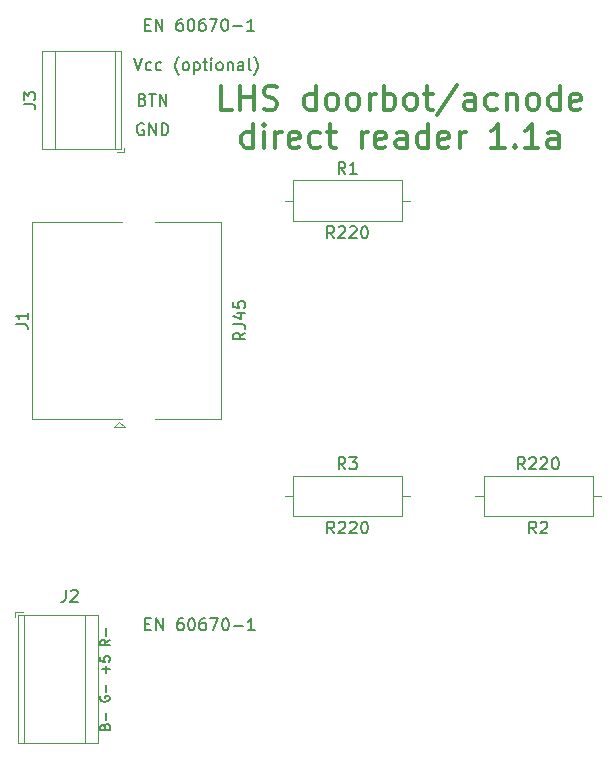
<source format=gto>
%TF.GenerationSoftware,KiCad,Pcbnew,(6.0.0-0)*%
%TF.CreationDate,2022-04-18T16:48:19+01:00*%
%TF.ProjectId,acnode-reader-direct,61636e6f-6465-42d7-9265-616465722d64,rev?*%
%TF.SameCoordinates,Original*%
%TF.FileFunction,Legend,Top*%
%TF.FilePolarity,Positive*%
%FSLAX46Y46*%
G04 Gerber Fmt 4.6, Leading zero omitted, Abs format (unit mm)*
G04 Created by KiCad (PCBNEW (6.0.0-0)) date 2022-04-18 16:48:19*
%MOMM*%
%LPD*%
G01*
G04 APERTURE LIST*
%ADD10C,0.150000*%
%ADD11C,0.300000*%
%ADD12C,0.120000*%
%ADD13R,2.100000X2.100000*%
%ADD14C,2.100000*%
%ADD15C,3.250000*%
%ADD16R,1.500000X1.500000*%
%ADD17C,1.500000*%
%ADD18C,2.300000*%
%ADD19C,3.700000*%
%ADD20C,1.600000*%
%ADD21O,1.600000X1.600000*%
%ADD22R,1.700000X1.700000*%
%ADD23O,1.700000X1.700000*%
G04 APERTURE END LIST*
D10*
X90238095Y-56000000D02*
X90142857Y-55952380D01*
X90000000Y-55952380D01*
X89857142Y-56000000D01*
X89761904Y-56095238D01*
X89714285Y-56190476D01*
X89666666Y-56380952D01*
X89666666Y-56523809D01*
X89714285Y-56714285D01*
X89761904Y-56809523D01*
X89857142Y-56904761D01*
X90000000Y-56952380D01*
X90095238Y-56952380D01*
X90238095Y-56904761D01*
X90285714Y-56857142D01*
X90285714Y-56523809D01*
X90095238Y-56523809D01*
X90714285Y-56952380D02*
X90714285Y-55952380D01*
X91285714Y-56952380D01*
X91285714Y-55952380D01*
X91761904Y-56952380D02*
X91761904Y-55952380D01*
X92000000Y-55952380D01*
X92142857Y-56000000D01*
X92238095Y-56095238D01*
X92285714Y-56190476D01*
X92333333Y-56380952D01*
X92333333Y-56523809D01*
X92285714Y-56714285D01*
X92238095Y-56809523D01*
X92142857Y-56904761D01*
X92000000Y-56952380D01*
X91761904Y-56952380D01*
X90166666Y-53928571D02*
X90309523Y-53976190D01*
X90357142Y-54023809D01*
X90404761Y-54119047D01*
X90404761Y-54261904D01*
X90357142Y-54357142D01*
X90309523Y-54404761D01*
X90214285Y-54452380D01*
X89833333Y-54452380D01*
X89833333Y-53452380D01*
X90166666Y-53452380D01*
X90261904Y-53500000D01*
X90309523Y-53547619D01*
X90357142Y-53642857D01*
X90357142Y-53738095D01*
X90309523Y-53833333D01*
X90261904Y-53880952D01*
X90166666Y-53928571D01*
X89833333Y-53928571D01*
X90690476Y-53452380D02*
X91261904Y-53452380D01*
X90976190Y-54452380D02*
X90976190Y-53452380D01*
X91595238Y-54452380D02*
X91595238Y-53452380D01*
X92166666Y-54452380D01*
X92166666Y-53452380D01*
D11*
X97761904Y-54794761D02*
X96809523Y-54794761D01*
X96809523Y-52794761D01*
X98428571Y-54794761D02*
X98428571Y-52794761D01*
X98428571Y-53747142D02*
X99571428Y-53747142D01*
X99571428Y-54794761D02*
X99571428Y-52794761D01*
X100428571Y-54699523D02*
X100714285Y-54794761D01*
X101190476Y-54794761D01*
X101380952Y-54699523D01*
X101476190Y-54604285D01*
X101571428Y-54413809D01*
X101571428Y-54223333D01*
X101476190Y-54032857D01*
X101380952Y-53937619D01*
X101190476Y-53842380D01*
X100809523Y-53747142D01*
X100619047Y-53651904D01*
X100523809Y-53556666D01*
X100428571Y-53366190D01*
X100428571Y-53175714D01*
X100523809Y-52985238D01*
X100619047Y-52890000D01*
X100809523Y-52794761D01*
X101285714Y-52794761D01*
X101571428Y-52890000D01*
X104809523Y-54794761D02*
X104809523Y-52794761D01*
X104809523Y-54699523D02*
X104619047Y-54794761D01*
X104238095Y-54794761D01*
X104047619Y-54699523D01*
X103952380Y-54604285D01*
X103857142Y-54413809D01*
X103857142Y-53842380D01*
X103952380Y-53651904D01*
X104047619Y-53556666D01*
X104238095Y-53461428D01*
X104619047Y-53461428D01*
X104809523Y-53556666D01*
X106047619Y-54794761D02*
X105857142Y-54699523D01*
X105761904Y-54604285D01*
X105666666Y-54413809D01*
X105666666Y-53842380D01*
X105761904Y-53651904D01*
X105857142Y-53556666D01*
X106047619Y-53461428D01*
X106333333Y-53461428D01*
X106523809Y-53556666D01*
X106619047Y-53651904D01*
X106714285Y-53842380D01*
X106714285Y-54413809D01*
X106619047Y-54604285D01*
X106523809Y-54699523D01*
X106333333Y-54794761D01*
X106047619Y-54794761D01*
X107857142Y-54794761D02*
X107666666Y-54699523D01*
X107571428Y-54604285D01*
X107476190Y-54413809D01*
X107476190Y-53842380D01*
X107571428Y-53651904D01*
X107666666Y-53556666D01*
X107857142Y-53461428D01*
X108142857Y-53461428D01*
X108333333Y-53556666D01*
X108428571Y-53651904D01*
X108523809Y-53842380D01*
X108523809Y-54413809D01*
X108428571Y-54604285D01*
X108333333Y-54699523D01*
X108142857Y-54794761D01*
X107857142Y-54794761D01*
X109380952Y-54794761D02*
X109380952Y-53461428D01*
X109380952Y-53842380D02*
X109476190Y-53651904D01*
X109571428Y-53556666D01*
X109761904Y-53461428D01*
X109952380Y-53461428D01*
X110619047Y-54794761D02*
X110619047Y-52794761D01*
X110619047Y-53556666D02*
X110809523Y-53461428D01*
X111190476Y-53461428D01*
X111380952Y-53556666D01*
X111476190Y-53651904D01*
X111571428Y-53842380D01*
X111571428Y-54413809D01*
X111476190Y-54604285D01*
X111380952Y-54699523D01*
X111190476Y-54794761D01*
X110809523Y-54794761D01*
X110619047Y-54699523D01*
X112714285Y-54794761D02*
X112523809Y-54699523D01*
X112428571Y-54604285D01*
X112333333Y-54413809D01*
X112333333Y-53842380D01*
X112428571Y-53651904D01*
X112523809Y-53556666D01*
X112714285Y-53461428D01*
X113000000Y-53461428D01*
X113190476Y-53556666D01*
X113285714Y-53651904D01*
X113380952Y-53842380D01*
X113380952Y-54413809D01*
X113285714Y-54604285D01*
X113190476Y-54699523D01*
X113000000Y-54794761D01*
X112714285Y-54794761D01*
X113952380Y-53461428D02*
X114714285Y-53461428D01*
X114238095Y-52794761D02*
X114238095Y-54509047D01*
X114333333Y-54699523D01*
X114523809Y-54794761D01*
X114714285Y-54794761D01*
X116809523Y-52699523D02*
X115095238Y-55270952D01*
X118333333Y-54794761D02*
X118333333Y-53747142D01*
X118238095Y-53556666D01*
X118047619Y-53461428D01*
X117666666Y-53461428D01*
X117476190Y-53556666D01*
X118333333Y-54699523D02*
X118142857Y-54794761D01*
X117666666Y-54794761D01*
X117476190Y-54699523D01*
X117380952Y-54509047D01*
X117380952Y-54318571D01*
X117476190Y-54128095D01*
X117666666Y-54032857D01*
X118142857Y-54032857D01*
X118333333Y-53937619D01*
X120142857Y-54699523D02*
X119952380Y-54794761D01*
X119571428Y-54794761D01*
X119380952Y-54699523D01*
X119285714Y-54604285D01*
X119190476Y-54413809D01*
X119190476Y-53842380D01*
X119285714Y-53651904D01*
X119380952Y-53556666D01*
X119571428Y-53461428D01*
X119952380Y-53461428D01*
X120142857Y-53556666D01*
X121000000Y-53461428D02*
X121000000Y-54794761D01*
X121000000Y-53651904D02*
X121095238Y-53556666D01*
X121285714Y-53461428D01*
X121571428Y-53461428D01*
X121761904Y-53556666D01*
X121857142Y-53747142D01*
X121857142Y-54794761D01*
X123095238Y-54794761D02*
X122904761Y-54699523D01*
X122809523Y-54604285D01*
X122714285Y-54413809D01*
X122714285Y-53842380D01*
X122809523Y-53651904D01*
X122904761Y-53556666D01*
X123095238Y-53461428D01*
X123380952Y-53461428D01*
X123571428Y-53556666D01*
X123666666Y-53651904D01*
X123761904Y-53842380D01*
X123761904Y-54413809D01*
X123666666Y-54604285D01*
X123571428Y-54699523D01*
X123380952Y-54794761D01*
X123095238Y-54794761D01*
X125476190Y-54794761D02*
X125476190Y-52794761D01*
X125476190Y-54699523D02*
X125285714Y-54794761D01*
X124904761Y-54794761D01*
X124714285Y-54699523D01*
X124619047Y-54604285D01*
X124523809Y-54413809D01*
X124523809Y-53842380D01*
X124619047Y-53651904D01*
X124714285Y-53556666D01*
X124904761Y-53461428D01*
X125285714Y-53461428D01*
X125476190Y-53556666D01*
X127190476Y-54699523D02*
X127000000Y-54794761D01*
X126619047Y-54794761D01*
X126428571Y-54699523D01*
X126333333Y-54509047D01*
X126333333Y-53747142D01*
X126428571Y-53556666D01*
X126619047Y-53461428D01*
X127000000Y-53461428D01*
X127190476Y-53556666D01*
X127285714Y-53747142D01*
X127285714Y-53937619D01*
X126333333Y-54128095D01*
X99476190Y-58014761D02*
X99476190Y-56014761D01*
X99476190Y-57919523D02*
X99285714Y-58014761D01*
X98904761Y-58014761D01*
X98714285Y-57919523D01*
X98619047Y-57824285D01*
X98523809Y-57633809D01*
X98523809Y-57062380D01*
X98619047Y-56871904D01*
X98714285Y-56776666D01*
X98904761Y-56681428D01*
X99285714Y-56681428D01*
X99476190Y-56776666D01*
X100428571Y-58014761D02*
X100428571Y-56681428D01*
X100428571Y-56014761D02*
X100333333Y-56110000D01*
X100428571Y-56205238D01*
X100523809Y-56110000D01*
X100428571Y-56014761D01*
X100428571Y-56205238D01*
X101380952Y-58014761D02*
X101380952Y-56681428D01*
X101380952Y-57062380D02*
X101476190Y-56871904D01*
X101571428Y-56776666D01*
X101761904Y-56681428D01*
X101952380Y-56681428D01*
X103380952Y-57919523D02*
X103190476Y-58014761D01*
X102809523Y-58014761D01*
X102619047Y-57919523D01*
X102523809Y-57729047D01*
X102523809Y-56967142D01*
X102619047Y-56776666D01*
X102809523Y-56681428D01*
X103190476Y-56681428D01*
X103380952Y-56776666D01*
X103476190Y-56967142D01*
X103476190Y-57157619D01*
X102523809Y-57348095D01*
X105190476Y-57919523D02*
X105000000Y-58014761D01*
X104619047Y-58014761D01*
X104428571Y-57919523D01*
X104333333Y-57824285D01*
X104238095Y-57633809D01*
X104238095Y-57062380D01*
X104333333Y-56871904D01*
X104428571Y-56776666D01*
X104619047Y-56681428D01*
X105000000Y-56681428D01*
X105190476Y-56776666D01*
X105761904Y-56681428D02*
X106523809Y-56681428D01*
X106047619Y-56014761D02*
X106047619Y-57729047D01*
X106142857Y-57919523D01*
X106333333Y-58014761D01*
X106523809Y-58014761D01*
X108714285Y-58014761D02*
X108714285Y-56681428D01*
X108714285Y-57062380D02*
X108809523Y-56871904D01*
X108904761Y-56776666D01*
X109095238Y-56681428D01*
X109285714Y-56681428D01*
X110714285Y-57919523D02*
X110523809Y-58014761D01*
X110142857Y-58014761D01*
X109952380Y-57919523D01*
X109857142Y-57729047D01*
X109857142Y-56967142D01*
X109952380Y-56776666D01*
X110142857Y-56681428D01*
X110523809Y-56681428D01*
X110714285Y-56776666D01*
X110809523Y-56967142D01*
X110809523Y-57157619D01*
X109857142Y-57348095D01*
X112523809Y-58014761D02*
X112523809Y-56967142D01*
X112428571Y-56776666D01*
X112238095Y-56681428D01*
X111857142Y-56681428D01*
X111666666Y-56776666D01*
X112523809Y-57919523D02*
X112333333Y-58014761D01*
X111857142Y-58014761D01*
X111666666Y-57919523D01*
X111571428Y-57729047D01*
X111571428Y-57538571D01*
X111666666Y-57348095D01*
X111857142Y-57252857D01*
X112333333Y-57252857D01*
X112523809Y-57157619D01*
X114333333Y-58014761D02*
X114333333Y-56014761D01*
X114333333Y-57919523D02*
X114142857Y-58014761D01*
X113761904Y-58014761D01*
X113571428Y-57919523D01*
X113476190Y-57824285D01*
X113380952Y-57633809D01*
X113380952Y-57062380D01*
X113476190Y-56871904D01*
X113571428Y-56776666D01*
X113761904Y-56681428D01*
X114142857Y-56681428D01*
X114333333Y-56776666D01*
X116047619Y-57919523D02*
X115857142Y-58014761D01*
X115476190Y-58014761D01*
X115285714Y-57919523D01*
X115190476Y-57729047D01*
X115190476Y-56967142D01*
X115285714Y-56776666D01*
X115476190Y-56681428D01*
X115857142Y-56681428D01*
X116047619Y-56776666D01*
X116142857Y-56967142D01*
X116142857Y-57157619D01*
X115190476Y-57348095D01*
X117000000Y-58014761D02*
X117000000Y-56681428D01*
X117000000Y-57062380D02*
X117095238Y-56871904D01*
X117190476Y-56776666D01*
X117380952Y-56681428D01*
X117571428Y-56681428D01*
X120809523Y-58014761D02*
X119666666Y-58014761D01*
X120238095Y-58014761D02*
X120238095Y-56014761D01*
X120047619Y-56300476D01*
X119857142Y-56490952D01*
X119666666Y-56586190D01*
X121666666Y-57824285D02*
X121761904Y-57919523D01*
X121666666Y-58014761D01*
X121571428Y-57919523D01*
X121666666Y-57824285D01*
X121666666Y-58014761D01*
X123666666Y-58014761D02*
X122523809Y-58014761D01*
X123095238Y-58014761D02*
X123095238Y-56014761D01*
X122904761Y-56300476D01*
X122714285Y-56490952D01*
X122523809Y-56586190D01*
X125380952Y-58014761D02*
X125380952Y-56967142D01*
X125285714Y-56776666D01*
X125095238Y-56681428D01*
X124714285Y-56681428D01*
X124523809Y-56776666D01*
X125380952Y-57919523D02*
X125190476Y-58014761D01*
X124714285Y-58014761D01*
X124523809Y-57919523D01*
X124428571Y-57729047D01*
X124428571Y-57538571D01*
X124523809Y-57348095D01*
X124714285Y-57252857D01*
X125190476Y-57252857D01*
X125380952Y-57157619D01*
D10*
X89464285Y-50452380D02*
X89797619Y-51452380D01*
X90130952Y-50452380D01*
X90892857Y-51404761D02*
X90797619Y-51452380D01*
X90607142Y-51452380D01*
X90511904Y-51404761D01*
X90464285Y-51357142D01*
X90416666Y-51261904D01*
X90416666Y-50976190D01*
X90464285Y-50880952D01*
X90511904Y-50833333D01*
X90607142Y-50785714D01*
X90797619Y-50785714D01*
X90892857Y-50833333D01*
X91750000Y-51404761D02*
X91654761Y-51452380D01*
X91464285Y-51452380D01*
X91369047Y-51404761D01*
X91321428Y-51357142D01*
X91273809Y-51261904D01*
X91273809Y-50976190D01*
X91321428Y-50880952D01*
X91369047Y-50833333D01*
X91464285Y-50785714D01*
X91654761Y-50785714D01*
X91750000Y-50833333D01*
X93226190Y-51833333D02*
X93178571Y-51785714D01*
X93083333Y-51642857D01*
X93035714Y-51547619D01*
X92988095Y-51404761D01*
X92940476Y-51166666D01*
X92940476Y-50976190D01*
X92988095Y-50738095D01*
X93035714Y-50595238D01*
X93083333Y-50500000D01*
X93178571Y-50357142D01*
X93226190Y-50309523D01*
X93750000Y-51452380D02*
X93654761Y-51404761D01*
X93607142Y-51357142D01*
X93559523Y-51261904D01*
X93559523Y-50976190D01*
X93607142Y-50880952D01*
X93654761Y-50833333D01*
X93750000Y-50785714D01*
X93892857Y-50785714D01*
X93988095Y-50833333D01*
X94035714Y-50880952D01*
X94083333Y-50976190D01*
X94083333Y-51261904D01*
X94035714Y-51357142D01*
X93988095Y-51404761D01*
X93892857Y-51452380D01*
X93750000Y-51452380D01*
X94511904Y-50785714D02*
X94511904Y-51785714D01*
X94511904Y-50833333D02*
X94607142Y-50785714D01*
X94797619Y-50785714D01*
X94892857Y-50833333D01*
X94940476Y-50880952D01*
X94988095Y-50976190D01*
X94988095Y-51261904D01*
X94940476Y-51357142D01*
X94892857Y-51404761D01*
X94797619Y-51452380D01*
X94607142Y-51452380D01*
X94511904Y-51404761D01*
X95273809Y-50785714D02*
X95654761Y-50785714D01*
X95416666Y-50452380D02*
X95416666Y-51309523D01*
X95464285Y-51404761D01*
X95559523Y-51452380D01*
X95654761Y-51452380D01*
X95988095Y-51452380D02*
X95988095Y-50785714D01*
X95988095Y-50452380D02*
X95940476Y-50500000D01*
X95988095Y-50547619D01*
X96035714Y-50500000D01*
X95988095Y-50452380D01*
X95988095Y-50547619D01*
X96607142Y-51452380D02*
X96511904Y-51404761D01*
X96464285Y-51357142D01*
X96416666Y-51261904D01*
X96416666Y-50976190D01*
X96464285Y-50880952D01*
X96511904Y-50833333D01*
X96607142Y-50785714D01*
X96749999Y-50785714D01*
X96845238Y-50833333D01*
X96892857Y-50880952D01*
X96940476Y-50976190D01*
X96940476Y-51261904D01*
X96892857Y-51357142D01*
X96845238Y-51404761D01*
X96749999Y-51452380D01*
X96607142Y-51452380D01*
X97369047Y-50785714D02*
X97369047Y-51452380D01*
X97369047Y-50880952D02*
X97416666Y-50833333D01*
X97511904Y-50785714D01*
X97654761Y-50785714D01*
X97750000Y-50833333D01*
X97797619Y-50928571D01*
X97797619Y-51452380D01*
X98702380Y-51452380D02*
X98702380Y-50928571D01*
X98654761Y-50833333D01*
X98559523Y-50785714D01*
X98369047Y-50785714D01*
X98273809Y-50833333D01*
X98702380Y-51404761D02*
X98607142Y-51452380D01*
X98369047Y-51452380D01*
X98273809Y-51404761D01*
X98226190Y-51309523D01*
X98226190Y-51214285D01*
X98273809Y-51119047D01*
X98369047Y-51071428D01*
X98607142Y-51071428D01*
X98702380Y-51023809D01*
X99321428Y-51452380D02*
X99226190Y-51404761D01*
X99178571Y-51309523D01*
X99178571Y-50452380D01*
X99607142Y-51833333D02*
X99654761Y-51785714D01*
X99750000Y-51642857D01*
X99797619Y-51547619D01*
X99845238Y-51404761D01*
X99892857Y-51166666D01*
X99892857Y-50976190D01*
X99845238Y-50738095D01*
X99797619Y-50595238D01*
X99750000Y-50500000D01*
X99654761Y-50357142D01*
X99607142Y-50309523D01*
%TO.C,J3*%
X80082380Y-54333333D02*
X80796666Y-54333333D01*
X80939523Y-54380952D01*
X81034761Y-54476190D01*
X81082380Y-54619047D01*
X81082380Y-54714285D01*
X80082380Y-53952380D02*
X80082380Y-53333333D01*
X80463333Y-53666666D01*
X80463333Y-53523809D01*
X80510952Y-53428571D01*
X80558571Y-53380952D01*
X80653809Y-53333333D01*
X80891904Y-53333333D01*
X80987142Y-53380952D01*
X81034761Y-53428571D01*
X81082380Y-53523809D01*
X81082380Y-53809523D01*
X81034761Y-53904761D01*
X80987142Y-53952380D01*
%TO.C,J1*%
X79452380Y-72973333D02*
X80166666Y-72973333D01*
X80309523Y-73020952D01*
X80404761Y-73116190D01*
X80452380Y-73259047D01*
X80452380Y-73354285D01*
X80452380Y-71973333D02*
X80452380Y-72544761D01*
X80452380Y-72259047D02*
X79452380Y-72259047D01*
X79595238Y-72354285D01*
X79690476Y-72449523D01*
X79738095Y-72544761D01*
X98852380Y-73663809D02*
X98376190Y-73997142D01*
X98852380Y-74235238D02*
X97852380Y-74235238D01*
X97852380Y-73854285D01*
X97900000Y-73759047D01*
X97947619Y-73711428D01*
X98042857Y-73663809D01*
X98185714Y-73663809D01*
X98280952Y-73711428D01*
X98328571Y-73759047D01*
X98376190Y-73854285D01*
X98376190Y-74235238D01*
X97852380Y-72949523D02*
X98566666Y-72949523D01*
X98709523Y-72997142D01*
X98804761Y-73092380D01*
X98852380Y-73235238D01*
X98852380Y-73330476D01*
X98185714Y-72044761D02*
X98852380Y-72044761D01*
X97804761Y-72282857D02*
X98519047Y-72520952D01*
X98519047Y-71901904D01*
X97852380Y-71044761D02*
X97852380Y-71520952D01*
X98328571Y-71568571D01*
X98280952Y-71520952D01*
X98233333Y-71425714D01*
X98233333Y-71187619D01*
X98280952Y-71092380D01*
X98328571Y-71044761D01*
X98423809Y-70997142D01*
X98661904Y-70997142D01*
X98757142Y-71044761D01*
X98804761Y-71092380D01*
X98852380Y-71187619D01*
X98852380Y-71425714D01*
X98804761Y-71520952D01*
X98757142Y-71568571D01*
%TO.C,EN 60670-1*%
X90354761Y-47588571D02*
X90688095Y-47588571D01*
X90830952Y-48112380D02*
X90354761Y-48112380D01*
X90354761Y-47112380D01*
X90830952Y-47112380D01*
X91259523Y-48112380D02*
X91259523Y-47112380D01*
X91830952Y-48112380D01*
X91830952Y-47112380D01*
X93497619Y-47112380D02*
X93307142Y-47112380D01*
X93211904Y-47160000D01*
X93164285Y-47207619D01*
X93069047Y-47350476D01*
X93021428Y-47540952D01*
X93021428Y-47921904D01*
X93069047Y-48017142D01*
X93116666Y-48064761D01*
X93211904Y-48112380D01*
X93402380Y-48112380D01*
X93497619Y-48064761D01*
X93545238Y-48017142D01*
X93592857Y-47921904D01*
X93592857Y-47683809D01*
X93545238Y-47588571D01*
X93497619Y-47540952D01*
X93402380Y-47493333D01*
X93211904Y-47493333D01*
X93116666Y-47540952D01*
X93069047Y-47588571D01*
X93021428Y-47683809D01*
X94211904Y-47112380D02*
X94307142Y-47112380D01*
X94402380Y-47160000D01*
X94450000Y-47207619D01*
X94497619Y-47302857D01*
X94545238Y-47493333D01*
X94545238Y-47731428D01*
X94497619Y-47921904D01*
X94450000Y-48017142D01*
X94402380Y-48064761D01*
X94307142Y-48112380D01*
X94211904Y-48112380D01*
X94116666Y-48064761D01*
X94069047Y-48017142D01*
X94021428Y-47921904D01*
X93973809Y-47731428D01*
X93973809Y-47493333D01*
X94021428Y-47302857D01*
X94069047Y-47207619D01*
X94116666Y-47160000D01*
X94211904Y-47112380D01*
X95402380Y-47112380D02*
X95211904Y-47112380D01*
X95116666Y-47160000D01*
X95069047Y-47207619D01*
X94973809Y-47350476D01*
X94926190Y-47540952D01*
X94926190Y-47921904D01*
X94973809Y-48017142D01*
X95021428Y-48064761D01*
X95116666Y-48112380D01*
X95307142Y-48112380D01*
X95402380Y-48064761D01*
X95450000Y-48017142D01*
X95497619Y-47921904D01*
X95497619Y-47683809D01*
X95450000Y-47588571D01*
X95402380Y-47540952D01*
X95307142Y-47493333D01*
X95116666Y-47493333D01*
X95021428Y-47540952D01*
X94973809Y-47588571D01*
X94926190Y-47683809D01*
X95830952Y-47112380D02*
X96497619Y-47112380D01*
X96069047Y-48112380D01*
X97069047Y-47112380D02*
X97164285Y-47112380D01*
X97259523Y-47160000D01*
X97307142Y-47207619D01*
X97354761Y-47302857D01*
X97402380Y-47493333D01*
X97402380Y-47731428D01*
X97354761Y-47921904D01*
X97307142Y-48017142D01*
X97259523Y-48064761D01*
X97164285Y-48112380D01*
X97069047Y-48112380D01*
X96973809Y-48064761D01*
X96926190Y-48017142D01*
X96878571Y-47921904D01*
X96830952Y-47731428D01*
X96830952Y-47493333D01*
X96878571Y-47302857D01*
X96926190Y-47207619D01*
X96973809Y-47160000D01*
X97069047Y-47112380D01*
X97830952Y-47731428D02*
X98592857Y-47731428D01*
X99592857Y-48112380D02*
X99021428Y-48112380D01*
X99307142Y-48112380D02*
X99307142Y-47112380D01*
X99211904Y-47255238D01*
X99116666Y-47350476D01*
X99021428Y-47398095D01*
%TO.C,R1*%
X107333333Y-60232380D02*
X107000000Y-59756190D01*
X106761904Y-60232380D02*
X106761904Y-59232380D01*
X107142857Y-59232380D01*
X107238095Y-59280000D01*
X107285714Y-59327619D01*
X107333333Y-59422857D01*
X107333333Y-59565714D01*
X107285714Y-59660952D01*
X107238095Y-59708571D01*
X107142857Y-59756190D01*
X106761904Y-59756190D01*
X108285714Y-60232380D02*
X107714285Y-60232380D01*
X108000000Y-60232380D02*
X108000000Y-59232380D01*
X107904761Y-59375238D01*
X107809523Y-59470476D01*
X107714285Y-59518095D01*
X106380952Y-65672380D02*
X106047619Y-65196190D01*
X105809523Y-65672380D02*
X105809523Y-64672380D01*
X106190476Y-64672380D01*
X106285714Y-64720000D01*
X106333333Y-64767619D01*
X106380952Y-64862857D01*
X106380952Y-65005714D01*
X106333333Y-65100952D01*
X106285714Y-65148571D01*
X106190476Y-65196190D01*
X105809523Y-65196190D01*
X106761904Y-64767619D02*
X106809523Y-64720000D01*
X106904761Y-64672380D01*
X107142857Y-64672380D01*
X107238095Y-64720000D01*
X107285714Y-64767619D01*
X107333333Y-64862857D01*
X107333333Y-64958095D01*
X107285714Y-65100952D01*
X106714285Y-65672380D01*
X107333333Y-65672380D01*
X107714285Y-64767619D02*
X107761904Y-64720000D01*
X107857142Y-64672380D01*
X108095238Y-64672380D01*
X108190476Y-64720000D01*
X108238095Y-64767619D01*
X108285714Y-64862857D01*
X108285714Y-64958095D01*
X108238095Y-65100952D01*
X107666666Y-65672380D01*
X108285714Y-65672380D01*
X108904761Y-64672380D02*
X109000000Y-64672380D01*
X109095238Y-64720000D01*
X109142857Y-64767619D01*
X109190476Y-64862857D01*
X109238095Y-65053333D01*
X109238095Y-65291428D01*
X109190476Y-65481904D01*
X109142857Y-65577142D01*
X109095238Y-65624761D01*
X109000000Y-65672380D01*
X108904761Y-65672380D01*
X108809523Y-65624761D01*
X108761904Y-65577142D01*
X108714285Y-65481904D01*
X108666666Y-65291428D01*
X108666666Y-65053333D01*
X108714285Y-64862857D01*
X108761904Y-64767619D01*
X108809523Y-64720000D01*
X108904761Y-64672380D01*
%TO.C,EN 60670-1*%
X90404761Y-98328571D02*
X90738095Y-98328571D01*
X90880952Y-98852380D02*
X90404761Y-98852380D01*
X90404761Y-97852380D01*
X90880952Y-97852380D01*
X91309523Y-98852380D02*
X91309523Y-97852380D01*
X91880952Y-98852380D01*
X91880952Y-97852380D01*
X93547619Y-97852380D02*
X93357142Y-97852380D01*
X93261904Y-97900000D01*
X93214285Y-97947619D01*
X93119047Y-98090476D01*
X93071428Y-98280952D01*
X93071428Y-98661904D01*
X93119047Y-98757142D01*
X93166666Y-98804761D01*
X93261904Y-98852380D01*
X93452380Y-98852380D01*
X93547619Y-98804761D01*
X93595238Y-98757142D01*
X93642857Y-98661904D01*
X93642857Y-98423809D01*
X93595238Y-98328571D01*
X93547619Y-98280952D01*
X93452380Y-98233333D01*
X93261904Y-98233333D01*
X93166666Y-98280952D01*
X93119047Y-98328571D01*
X93071428Y-98423809D01*
X94261904Y-97852380D02*
X94357142Y-97852380D01*
X94452380Y-97900000D01*
X94500000Y-97947619D01*
X94547619Y-98042857D01*
X94595238Y-98233333D01*
X94595238Y-98471428D01*
X94547619Y-98661904D01*
X94500000Y-98757142D01*
X94452380Y-98804761D01*
X94357142Y-98852380D01*
X94261904Y-98852380D01*
X94166666Y-98804761D01*
X94119047Y-98757142D01*
X94071428Y-98661904D01*
X94023809Y-98471428D01*
X94023809Y-98233333D01*
X94071428Y-98042857D01*
X94119047Y-97947619D01*
X94166666Y-97900000D01*
X94261904Y-97852380D01*
X95452380Y-97852380D02*
X95261904Y-97852380D01*
X95166666Y-97900000D01*
X95119047Y-97947619D01*
X95023809Y-98090476D01*
X94976190Y-98280952D01*
X94976190Y-98661904D01*
X95023809Y-98757142D01*
X95071428Y-98804761D01*
X95166666Y-98852380D01*
X95357142Y-98852380D01*
X95452380Y-98804761D01*
X95500000Y-98757142D01*
X95547619Y-98661904D01*
X95547619Y-98423809D01*
X95500000Y-98328571D01*
X95452380Y-98280952D01*
X95357142Y-98233333D01*
X95166666Y-98233333D01*
X95071428Y-98280952D01*
X95023809Y-98328571D01*
X94976190Y-98423809D01*
X95880952Y-97852380D02*
X96547619Y-97852380D01*
X96119047Y-98852380D01*
X97119047Y-97852380D02*
X97214285Y-97852380D01*
X97309523Y-97900000D01*
X97357142Y-97947619D01*
X97404761Y-98042857D01*
X97452380Y-98233333D01*
X97452380Y-98471428D01*
X97404761Y-98661904D01*
X97357142Y-98757142D01*
X97309523Y-98804761D01*
X97214285Y-98852380D01*
X97119047Y-98852380D01*
X97023809Y-98804761D01*
X96976190Y-98757142D01*
X96928571Y-98661904D01*
X96880952Y-98471428D01*
X96880952Y-98233333D01*
X96928571Y-98042857D01*
X96976190Y-97947619D01*
X97023809Y-97900000D01*
X97119047Y-97852380D01*
X97880952Y-98471428D02*
X98642857Y-98471428D01*
X99642857Y-98852380D02*
X99071428Y-98852380D01*
X99357142Y-98852380D02*
X99357142Y-97852380D01*
X99261904Y-97995238D01*
X99166666Y-98090476D01*
X99071428Y-98138095D01*
%TO.C,J2*%
X83666666Y-95452380D02*
X83666666Y-96166666D01*
X83619047Y-96309523D01*
X83523809Y-96404761D01*
X83380952Y-96452380D01*
X83285714Y-96452380D01*
X84095238Y-95547619D02*
X84142857Y-95500000D01*
X84238095Y-95452380D01*
X84476190Y-95452380D01*
X84571428Y-95500000D01*
X84619047Y-95547619D01*
X84666666Y-95642857D01*
X84666666Y-95738095D01*
X84619047Y-95880952D01*
X84047619Y-96452380D01*
X84666666Y-96452380D01*
X86942857Y-107014547D02*
X86980952Y-106900261D01*
X87019047Y-106862166D01*
X87095238Y-106824071D01*
X87209523Y-106824071D01*
X87285714Y-106862166D01*
X87323809Y-106900261D01*
X87361904Y-106976452D01*
X87361904Y-107281214D01*
X86561904Y-107281214D01*
X86561904Y-107014547D01*
X86600000Y-106938357D01*
X86638095Y-106900261D01*
X86714285Y-106862166D01*
X86790476Y-106862166D01*
X86866666Y-106900261D01*
X86904761Y-106938357D01*
X86942857Y-107014547D01*
X86942857Y-107281214D01*
X87057142Y-106481214D02*
X87057142Y-105871690D01*
X86600000Y-104462166D02*
X86561904Y-104538357D01*
X86561904Y-104652642D01*
X86600000Y-104766928D01*
X86676190Y-104843119D01*
X86752380Y-104881214D01*
X86904761Y-104919309D01*
X87019047Y-104919309D01*
X87171428Y-104881214D01*
X87247619Y-104843119D01*
X87323809Y-104766928D01*
X87361904Y-104652642D01*
X87361904Y-104576452D01*
X87323809Y-104462166D01*
X87285714Y-104424071D01*
X87019047Y-104424071D01*
X87019047Y-104576452D01*
X87057142Y-104081214D02*
X87057142Y-103471690D01*
X87057142Y-102481214D02*
X87057142Y-101871690D01*
X87361904Y-102176452D02*
X86752380Y-102176452D01*
X86561904Y-101109785D02*
X86561904Y-101490738D01*
X86942857Y-101528833D01*
X86904761Y-101490738D01*
X86866666Y-101414547D01*
X86866666Y-101224071D01*
X86904761Y-101147880D01*
X86942857Y-101109785D01*
X87019047Y-101071690D01*
X87209523Y-101071690D01*
X87285714Y-101109785D01*
X87323809Y-101147880D01*
X87361904Y-101224071D01*
X87361904Y-101414547D01*
X87323809Y-101490738D01*
X87285714Y-101528833D01*
X87361904Y-99662166D02*
X86980952Y-99928833D01*
X87361904Y-100119309D02*
X86561904Y-100119309D01*
X86561904Y-99814547D01*
X86600000Y-99738357D01*
X86638095Y-99700261D01*
X86714285Y-99662166D01*
X86828571Y-99662166D01*
X86904761Y-99700261D01*
X86942857Y-99738357D01*
X86980952Y-99814547D01*
X86980952Y-100119309D01*
X87057142Y-99319309D02*
X87057142Y-98709785D01*
%TO.C,R2*%
X123483333Y-90672380D02*
X123150000Y-90196190D01*
X122911904Y-90672380D02*
X122911904Y-89672380D01*
X123292857Y-89672380D01*
X123388095Y-89720000D01*
X123435714Y-89767619D01*
X123483333Y-89862857D01*
X123483333Y-90005714D01*
X123435714Y-90100952D01*
X123388095Y-90148571D01*
X123292857Y-90196190D01*
X122911904Y-90196190D01*
X123864285Y-89767619D02*
X123911904Y-89720000D01*
X124007142Y-89672380D01*
X124245238Y-89672380D01*
X124340476Y-89720000D01*
X124388095Y-89767619D01*
X124435714Y-89862857D01*
X124435714Y-89958095D01*
X124388095Y-90100952D01*
X123816666Y-90672380D01*
X124435714Y-90672380D01*
X122530952Y-85232380D02*
X122197619Y-84756190D01*
X121959523Y-85232380D02*
X121959523Y-84232380D01*
X122340476Y-84232380D01*
X122435714Y-84280000D01*
X122483333Y-84327619D01*
X122530952Y-84422857D01*
X122530952Y-84565714D01*
X122483333Y-84660952D01*
X122435714Y-84708571D01*
X122340476Y-84756190D01*
X121959523Y-84756190D01*
X122911904Y-84327619D02*
X122959523Y-84280000D01*
X123054761Y-84232380D01*
X123292857Y-84232380D01*
X123388095Y-84280000D01*
X123435714Y-84327619D01*
X123483333Y-84422857D01*
X123483333Y-84518095D01*
X123435714Y-84660952D01*
X122864285Y-85232380D01*
X123483333Y-85232380D01*
X123864285Y-84327619D02*
X123911904Y-84280000D01*
X124007142Y-84232380D01*
X124245238Y-84232380D01*
X124340476Y-84280000D01*
X124388095Y-84327619D01*
X124435714Y-84422857D01*
X124435714Y-84518095D01*
X124388095Y-84660952D01*
X123816666Y-85232380D01*
X124435714Y-85232380D01*
X125054761Y-84232380D02*
X125150000Y-84232380D01*
X125245238Y-84280000D01*
X125292857Y-84327619D01*
X125340476Y-84422857D01*
X125388095Y-84613333D01*
X125388095Y-84851428D01*
X125340476Y-85041904D01*
X125292857Y-85137142D01*
X125245238Y-85184761D01*
X125150000Y-85232380D01*
X125054761Y-85232380D01*
X124959523Y-85184761D01*
X124911904Y-85137142D01*
X124864285Y-85041904D01*
X124816666Y-84851428D01*
X124816666Y-84613333D01*
X124864285Y-84422857D01*
X124911904Y-84327619D01*
X124959523Y-84280000D01*
X125054761Y-84232380D01*
%TO.C,R3*%
X107333333Y-85232380D02*
X107000000Y-84756190D01*
X106761904Y-85232380D02*
X106761904Y-84232380D01*
X107142857Y-84232380D01*
X107238095Y-84280000D01*
X107285714Y-84327619D01*
X107333333Y-84422857D01*
X107333333Y-84565714D01*
X107285714Y-84660952D01*
X107238095Y-84708571D01*
X107142857Y-84756190D01*
X106761904Y-84756190D01*
X107666666Y-84232380D02*
X108285714Y-84232380D01*
X107952380Y-84613333D01*
X108095238Y-84613333D01*
X108190476Y-84660952D01*
X108238095Y-84708571D01*
X108285714Y-84803809D01*
X108285714Y-85041904D01*
X108238095Y-85137142D01*
X108190476Y-85184761D01*
X108095238Y-85232380D01*
X107809523Y-85232380D01*
X107714285Y-85184761D01*
X107666666Y-85137142D01*
X106380952Y-90672380D02*
X106047619Y-90196190D01*
X105809523Y-90672380D02*
X105809523Y-89672380D01*
X106190476Y-89672380D01*
X106285714Y-89720000D01*
X106333333Y-89767619D01*
X106380952Y-89862857D01*
X106380952Y-90005714D01*
X106333333Y-90100952D01*
X106285714Y-90148571D01*
X106190476Y-90196190D01*
X105809523Y-90196190D01*
X106761904Y-89767619D02*
X106809523Y-89720000D01*
X106904761Y-89672380D01*
X107142857Y-89672380D01*
X107238095Y-89720000D01*
X107285714Y-89767619D01*
X107333333Y-89862857D01*
X107333333Y-89958095D01*
X107285714Y-90100952D01*
X106714285Y-90672380D01*
X107333333Y-90672380D01*
X107714285Y-89767619D02*
X107761904Y-89720000D01*
X107857142Y-89672380D01*
X108095238Y-89672380D01*
X108190476Y-89720000D01*
X108238095Y-89767619D01*
X108285714Y-89862857D01*
X108285714Y-89958095D01*
X108238095Y-90100952D01*
X107666666Y-90672380D01*
X108285714Y-90672380D01*
X108904761Y-89672380D02*
X109000000Y-89672380D01*
X109095238Y-89720000D01*
X109142857Y-89767619D01*
X109190476Y-89862857D01*
X109238095Y-90053333D01*
X109238095Y-90291428D01*
X109190476Y-90481904D01*
X109142857Y-90577142D01*
X109095238Y-90624761D01*
X109000000Y-90672380D01*
X108904761Y-90672380D01*
X108809523Y-90624761D01*
X108761904Y-90577142D01*
X108714285Y-90481904D01*
X108666666Y-90291428D01*
X108666666Y-90053333D01*
X108714285Y-89862857D01*
X108761904Y-89767619D01*
X108809523Y-89720000D01*
X108904761Y-89672380D01*
D12*
%TO.C,J3*%
X81630000Y-58160000D02*
X88370000Y-58160000D01*
X82750000Y-58160000D02*
X82750000Y-49840000D01*
X87850000Y-58160000D02*
X87850000Y-49840000D01*
X81630000Y-49840000D02*
X88370000Y-49840000D01*
X88610000Y-58400000D02*
X88610000Y-58000000D01*
X88370000Y-58160000D02*
X88370000Y-49840000D01*
X87970000Y-58400000D02*
X88610000Y-58400000D01*
X81630000Y-58160000D02*
X81630000Y-49840000D01*
%TO.C,J1*%
X96760000Y-81005000D02*
X91200000Y-81005000D01*
X80790000Y-80960000D02*
X80790000Y-64320000D01*
X96760000Y-80960000D02*
X96760000Y-64275000D01*
X88200000Y-81200000D02*
X88700000Y-81700000D01*
X88700000Y-81700000D02*
X87700000Y-81700000D01*
X96760000Y-64275000D02*
X91200000Y-64275000D01*
X87700000Y-81700000D02*
X88200000Y-81200000D01*
X80790000Y-64275000D02*
X88400000Y-64275000D01*
X80790000Y-81005000D02*
X88400000Y-81005000D01*
%TO.C,R1*%
X102880000Y-64220000D02*
X112120000Y-64220000D01*
X102880000Y-60780000D02*
X102880000Y-64220000D01*
X102190000Y-62500000D02*
X102880000Y-62500000D01*
X112120000Y-60780000D02*
X102880000Y-60780000D01*
X112810000Y-62500000D02*
X112120000Y-62500000D01*
X112120000Y-64220000D02*
X112120000Y-60780000D01*
%TO.C,J2*%
X86370000Y-97565000D02*
X79630000Y-97565000D01*
X80150000Y-97565000D02*
X80150000Y-108426000D01*
X79630000Y-97565000D02*
X79630000Y-108426000D01*
X85250000Y-97565000D02*
X85250000Y-108426000D01*
X86370000Y-108426000D02*
X79630000Y-108426000D01*
X80030000Y-97325000D02*
X79390000Y-97325000D01*
X79390000Y-97325000D02*
X79390000Y-97725000D01*
X86370000Y-97565000D02*
X86370000Y-108426000D01*
%TO.C,R2*%
X119030000Y-89220000D02*
X128270000Y-89220000D01*
X119030000Y-85780000D02*
X119030000Y-89220000D01*
X128960000Y-87500000D02*
X128270000Y-87500000D01*
X128270000Y-89220000D02*
X128270000Y-85780000D01*
X118340000Y-87500000D02*
X119030000Y-87500000D01*
X128270000Y-85780000D02*
X119030000Y-85780000D01*
%TO.C,R3*%
X102880000Y-89220000D02*
X112120000Y-89220000D01*
X112120000Y-85780000D02*
X102880000Y-85780000D01*
X102190000Y-87500000D02*
X102880000Y-87500000D01*
X112810000Y-87500000D02*
X112120000Y-87500000D01*
X102880000Y-85780000D02*
X102880000Y-89220000D01*
X112120000Y-89220000D02*
X112120000Y-85780000D01*
%TD*%
%LPC*%
D13*
%TO.C,J3*%
X85000000Y-56540000D03*
D14*
X85000000Y-54000000D03*
X85000000Y-51460000D03*
%TD*%
D15*
%TO.C,J1*%
X86360000Y-78990000D03*
X86360000Y-66290000D03*
D16*
X88900000Y-76200000D03*
D17*
X90680000Y-75184000D03*
X88900000Y-74168000D03*
X90680000Y-73152000D03*
X88900000Y-72136000D03*
X90680000Y-71120000D03*
X88900000Y-70104000D03*
X90680000Y-69088000D03*
D18*
X89790000Y-64510000D03*
X89790000Y-80770000D03*
%TD*%
D19*
%TO.C,EN 60670-1*%
X95000000Y-42800000D03*
%TD*%
D20*
%TO.C,R1*%
X101150000Y-62500000D03*
D21*
X113850000Y-62500000D03*
%TD*%
D19*
%TO.C,EN 60670-1*%
X95000000Y-103100000D03*
%TD*%
D14*
%TO.C,J2*%
X83000000Y-106805000D03*
X83000000Y-104265000D03*
X83000000Y-101725000D03*
D13*
X83000000Y-99185000D03*
%TD*%
D20*
%TO.C,R2*%
X130000000Y-87500000D03*
D21*
X117300000Y-87500000D03*
%TD*%
D20*
%TO.C,R3*%
X101150000Y-87500000D03*
D21*
X113850000Y-87500000D03*
%TD*%
D22*
%TO.C,J4*%
X127000000Y-76200000D03*
D23*
X127000000Y-73660000D03*
X127000000Y-71120000D03*
X127000000Y-68580000D03*
%TD*%
M02*

</source>
